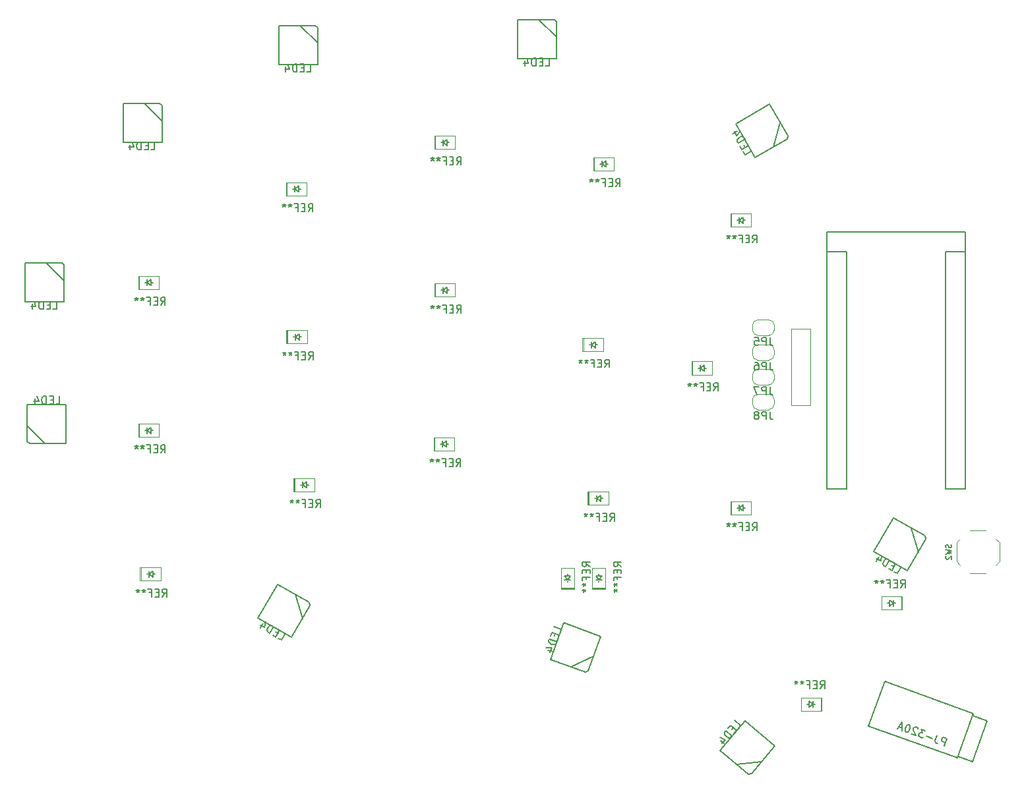
<source format=gbr>
%TF.GenerationSoftware,KiCad,Pcbnew,5.1.7*%
%TF.CreationDate,2020-11-16T23:11:26+01:00*%
%TF.ProjectId,split_3x,73706c69-745f-4337-982e-6b696361645f,rev?*%
%TF.SameCoordinates,Original*%
%TF.FileFunction,Legend,Bot*%
%TF.FilePolarity,Positive*%
%FSLAX46Y46*%
G04 Gerber Fmt 4.6, Leading zero omitted, Abs format (unit mm)*
G04 Created by KiCad (PCBNEW 5.1.7) date 2020-11-16 23:11:26*
%MOMM*%
%LPD*%
G01*
G04 APERTURE LIST*
%ADD10C,0.150000*%
%ADD11C,0.120000*%
%ADD12C,0.200000*%
G04 APERTURE END LIST*
D10*
%TO.C,U1*%
X182478750Y-105952500D02*
X182478750Y-75472500D01*
X185018750Y-105952500D02*
X182478750Y-105952500D01*
X185018750Y-75472500D02*
X185018750Y-105952500D01*
X182478750Y-75472500D02*
X185018750Y-75472500D01*
X197718750Y-105952500D02*
X197718750Y-75472500D01*
X200258750Y-105952500D02*
X197718750Y-105952500D01*
X200258750Y-75472500D02*
X200258750Y-105952500D01*
X197718750Y-75472500D02*
X200258750Y-75472500D01*
X182478750Y-105952500D02*
X182478750Y-72932500D01*
X200258750Y-72932500D02*
X200258750Y-105952500D01*
X182478750Y-72932500D02*
X200258750Y-72932500D01*
D11*
%TO.C,Brd1*%
X180317250Y-95186500D02*
X177904250Y-95186500D01*
X180317250Y-95186500D02*
X180317250Y-85407500D01*
X177904250Y-85407500D02*
X177904250Y-95186500D01*
X180317250Y-85407500D02*
X177904250Y-85407500D01*
D10*
%TO.C,U2*%
X199255697Y-140292432D02*
X201135083Y-140976473D01*
X203050395Y-135714194D02*
X201135083Y-140976473D01*
X201171010Y-135030154D02*
X203050395Y-135714194D01*
X189886234Y-130656787D02*
X187799912Y-136388912D01*
X199170192Y-140527356D02*
X187799912Y-136388912D01*
X201256515Y-134795231D02*
X199170192Y-140527356D01*
X201256515Y-134795231D02*
X189886234Y-130656787D01*
D12*
%TO.C,D19*%
X180123000Y-133600000D02*
X179869000Y-133600000D01*
X180123000Y-133981000D02*
X180123000Y-133219000D01*
D11*
X179107000Y-132750000D02*
X179107000Y-134450000D01*
X181750000Y-132750000D02*
X179200000Y-132750000D01*
D12*
X180758000Y-133600000D02*
X180885000Y-133600000D01*
D11*
X181647000Y-132750000D02*
X181647000Y-134450000D01*
D12*
X180123000Y-133219000D02*
X180631000Y-133600000D01*
D11*
X181750000Y-134450000D02*
X179200000Y-134450000D01*
D12*
X180631000Y-133219000D02*
X180631000Y-133981000D01*
D11*
X181774000Y-132750000D02*
X181774000Y-134450000D01*
X181750000Y-132750000D02*
X181750000Y-134450000D01*
D12*
X180631000Y-133600000D02*
X180123000Y-133981000D01*
%TO.C,D18*%
X171695750Y-108400000D02*
X171949750Y-108400000D01*
X171695750Y-108019000D02*
X171695750Y-108781000D01*
D11*
X172711750Y-109250000D02*
X172711750Y-107550000D01*
X170068750Y-109250000D02*
X172618750Y-109250000D01*
D12*
X171060750Y-108400000D02*
X170933750Y-108400000D01*
D11*
X170171750Y-109250000D02*
X170171750Y-107550000D01*
D12*
X171695750Y-108781000D02*
X171187750Y-108400000D01*
D11*
X170068750Y-107550000D02*
X172618750Y-107550000D01*
D12*
X171187750Y-108781000D02*
X171187750Y-108019000D01*
D11*
X170044750Y-109250000D02*
X170044750Y-107550000D01*
X170068750Y-109250000D02*
X170068750Y-107550000D01*
D12*
X171187750Y-108400000D02*
X171695750Y-108019000D01*
%TO.C,D17*%
X166695750Y-90412500D02*
X166949750Y-90412500D01*
X166695750Y-90031500D02*
X166695750Y-90793500D01*
D11*
X167711750Y-91262500D02*
X167711750Y-89562500D01*
X165068750Y-91262500D02*
X167618750Y-91262500D01*
D12*
X166060750Y-90412500D02*
X165933750Y-90412500D01*
D11*
X165171750Y-91262500D02*
X165171750Y-89562500D01*
D12*
X166695750Y-90793500D02*
X166187750Y-90412500D01*
D11*
X165068750Y-89562500D02*
X167618750Y-89562500D01*
D12*
X166187750Y-90793500D02*
X166187750Y-90031500D01*
D11*
X165044750Y-91262500D02*
X165044750Y-89562500D01*
X165068750Y-91262500D02*
X165068750Y-89562500D01*
D12*
X166187750Y-90412500D02*
X166695750Y-90031500D01*
%TO.C,D16*%
X171695750Y-71412500D02*
X171949750Y-71412500D01*
X171695750Y-71031500D02*
X171695750Y-71793500D01*
D11*
X172711750Y-72262500D02*
X172711750Y-70562500D01*
X170068750Y-72262500D02*
X172618750Y-72262500D01*
D12*
X171060750Y-71412500D02*
X170933750Y-71412500D01*
D11*
X170171750Y-72262500D02*
X170171750Y-70562500D01*
D12*
X171695750Y-71793500D02*
X171187750Y-71412500D01*
D11*
X170068750Y-70562500D02*
X172618750Y-70562500D01*
D12*
X171187750Y-71793500D02*
X171187750Y-71031500D01*
D11*
X170044750Y-72262500D02*
X170044750Y-70562500D01*
X170068750Y-72262500D02*
X170068750Y-70562500D01*
D12*
X171187750Y-71412500D02*
X171695750Y-71031500D01*
%TO.C,D15*%
X153150000Y-117123000D02*
X153150000Y-116869000D01*
X152769000Y-117123000D02*
X153531000Y-117123000D01*
D11*
X154000000Y-116107000D02*
X152300000Y-116107000D01*
X154000000Y-118750000D02*
X154000000Y-116200000D01*
D12*
X153150000Y-117758000D02*
X153150000Y-117885000D01*
D11*
X154000000Y-118647000D02*
X152300000Y-118647000D01*
D12*
X153531000Y-117123000D02*
X153150000Y-117631000D01*
D11*
X152300000Y-118750000D02*
X152300000Y-116200000D01*
D12*
X153531000Y-117631000D02*
X152769000Y-117631000D01*
D11*
X154000000Y-118774000D02*
X152300000Y-118774000D01*
X154000000Y-118750000D02*
X152300000Y-118750000D01*
D12*
X153150000Y-117631000D02*
X152769000Y-117123000D01*
%TO.C,D14*%
X153377000Y-107150000D02*
X153631000Y-107150000D01*
X153377000Y-106769000D02*
X153377000Y-107531000D01*
D11*
X154393000Y-108000000D02*
X154393000Y-106300000D01*
X151750000Y-108000000D02*
X154300000Y-108000000D01*
D12*
X152742000Y-107150000D02*
X152615000Y-107150000D01*
D11*
X151853000Y-108000000D02*
X151853000Y-106300000D01*
D12*
X153377000Y-107531000D02*
X152869000Y-107150000D01*
D11*
X151750000Y-106300000D02*
X154300000Y-106300000D01*
D12*
X152869000Y-107531000D02*
X152869000Y-106769000D01*
D11*
X151726000Y-108000000D02*
X151726000Y-106300000D01*
X151750000Y-108000000D02*
X151750000Y-106300000D01*
D12*
X152869000Y-107150000D02*
X153377000Y-106769000D01*
%TO.C,D13*%
X152695750Y-87412500D02*
X152949750Y-87412500D01*
X152695750Y-87031500D02*
X152695750Y-87793500D01*
D11*
X153711750Y-88262500D02*
X153711750Y-86562500D01*
X151068750Y-88262500D02*
X153618750Y-88262500D01*
D12*
X152060750Y-87412500D02*
X151933750Y-87412500D01*
D11*
X151171750Y-88262500D02*
X151171750Y-86562500D01*
D12*
X152695750Y-87793500D02*
X152187750Y-87412500D01*
D11*
X151068750Y-86562500D02*
X153618750Y-86562500D01*
D12*
X152187750Y-87793500D02*
X152187750Y-87031500D01*
D11*
X151044750Y-88262500D02*
X151044750Y-86562500D01*
X151068750Y-88262500D02*
X151068750Y-86562500D01*
D12*
X152187750Y-87412500D02*
X152695750Y-87031500D01*
%TO.C,D12*%
X154114500Y-64193750D02*
X154368500Y-64193750D01*
X154114500Y-63812750D02*
X154114500Y-64574750D01*
D11*
X155130500Y-65043750D02*
X155130500Y-63343750D01*
X152487500Y-65043750D02*
X155037500Y-65043750D01*
D12*
X153479500Y-64193750D02*
X153352500Y-64193750D01*
D11*
X152590500Y-65043750D02*
X152590500Y-63343750D01*
D12*
X154114500Y-64574750D02*
X153606500Y-64193750D01*
D11*
X152487500Y-63343750D02*
X155037500Y-63343750D01*
D12*
X153606500Y-64574750D02*
X153606500Y-63812750D01*
D11*
X152463500Y-65043750D02*
X152463500Y-63343750D01*
X152487500Y-65043750D02*
X152487500Y-63343750D01*
D12*
X153606500Y-64193750D02*
X154114500Y-63812750D01*
%TO.C,D11*%
X149150000Y-117631000D02*
X148769000Y-117123000D01*
D11*
X150000000Y-118750000D02*
X148300000Y-118750000D01*
X150000000Y-118774000D02*
X148300000Y-118774000D01*
D12*
X149531000Y-117631000D02*
X148769000Y-117631000D01*
D11*
X148300000Y-118750000D02*
X148300000Y-116200000D01*
D12*
X149531000Y-117123000D02*
X149150000Y-117631000D01*
D11*
X150000000Y-118647000D02*
X148300000Y-118647000D01*
D12*
X149150000Y-117758000D02*
X149150000Y-117885000D01*
D11*
X150000000Y-118750000D02*
X150000000Y-116200000D01*
X150000000Y-116107000D02*
X148300000Y-116107000D01*
D12*
X148769000Y-117123000D02*
X149531000Y-117123000D01*
X149150000Y-117123000D02*
X149150000Y-116869000D01*
%TO.C,D10*%
X133627000Y-100150000D02*
X133881000Y-100150000D01*
X133627000Y-99769000D02*
X133627000Y-100531000D01*
D11*
X134643000Y-101000000D02*
X134643000Y-99300000D01*
X132000000Y-101000000D02*
X134550000Y-101000000D01*
D12*
X132992000Y-100150000D02*
X132865000Y-100150000D01*
D11*
X132103000Y-101000000D02*
X132103000Y-99300000D01*
D12*
X133627000Y-100531000D02*
X133119000Y-100150000D01*
D11*
X132000000Y-99300000D02*
X134550000Y-99300000D01*
D12*
X133119000Y-100531000D02*
X133119000Y-99769000D01*
D11*
X131976000Y-101000000D02*
X131976000Y-99300000D01*
X132000000Y-101000000D02*
X132000000Y-99300000D01*
D12*
X133119000Y-100150000D02*
X133627000Y-99769000D01*
%TO.C,D9*%
X133695750Y-80412500D02*
X133949750Y-80412500D01*
X133695750Y-80031500D02*
X133695750Y-80793500D01*
D11*
X134711750Y-81262500D02*
X134711750Y-79562500D01*
X132068750Y-81262500D02*
X134618750Y-81262500D01*
D12*
X133060750Y-80412500D02*
X132933750Y-80412500D01*
D11*
X132171750Y-81262500D02*
X132171750Y-79562500D01*
D12*
X133695750Y-80793500D02*
X133187750Y-80412500D01*
D11*
X132068750Y-79562500D02*
X134618750Y-79562500D01*
D12*
X133187750Y-80793500D02*
X133187750Y-80031500D01*
D11*
X132044750Y-81262500D02*
X132044750Y-79562500D01*
X132068750Y-81262500D02*
X132068750Y-79562500D01*
D12*
X133187750Y-80412500D02*
X133695750Y-80031500D01*
%TO.C,D8*%
X133695750Y-61412500D02*
X133949750Y-61412500D01*
X133695750Y-61031500D02*
X133695750Y-61793500D01*
D11*
X134711750Y-62262500D02*
X134711750Y-60562500D01*
X132068750Y-62262500D02*
X134618750Y-62262500D01*
D12*
X133060750Y-61412500D02*
X132933750Y-61412500D01*
D11*
X132171750Y-62262500D02*
X132171750Y-60562500D01*
D12*
X133695750Y-61793500D02*
X133187750Y-61412500D01*
D11*
X132068750Y-60562500D02*
X134618750Y-60562500D01*
D12*
X133187750Y-61793500D02*
X133187750Y-61031500D01*
D11*
X132044750Y-62262500D02*
X132044750Y-60562500D01*
X132068750Y-62262500D02*
X132068750Y-60562500D01*
D12*
X133187750Y-61412500D02*
X133695750Y-61031500D01*
%TO.C,D7*%
X190441750Y-120612500D02*
X190187750Y-120612500D01*
X190441750Y-120993500D02*
X190441750Y-120231500D01*
D11*
X189425750Y-119762500D02*
X189425750Y-121462500D01*
X192068750Y-119762500D02*
X189518750Y-119762500D01*
D12*
X191076750Y-120612500D02*
X191203750Y-120612500D01*
D11*
X191965750Y-119762500D02*
X191965750Y-121462500D01*
D12*
X190441750Y-120231500D02*
X190949750Y-120612500D01*
D11*
X192068750Y-121462500D02*
X189518750Y-121462500D01*
D12*
X190949750Y-120231500D02*
X190949750Y-120993500D01*
D11*
X192092750Y-119762500D02*
X192092750Y-121462500D01*
X192068750Y-119762500D02*
X192068750Y-121462500D01*
D12*
X190949750Y-120612500D02*
X190441750Y-120993500D01*
%TO.C,D6*%
X115627000Y-105400000D02*
X115881000Y-105400000D01*
X115627000Y-105019000D02*
X115627000Y-105781000D01*
D11*
X116643000Y-106250000D02*
X116643000Y-104550000D01*
X114000000Y-106250000D02*
X116550000Y-106250000D01*
D12*
X114992000Y-105400000D02*
X114865000Y-105400000D01*
D11*
X114103000Y-106250000D02*
X114103000Y-104550000D01*
D12*
X115627000Y-105781000D02*
X115119000Y-105400000D01*
D11*
X114000000Y-104550000D02*
X116550000Y-104550000D01*
D12*
X115119000Y-105781000D02*
X115119000Y-105019000D01*
D11*
X113976000Y-106250000D02*
X113976000Y-104550000D01*
X114000000Y-106250000D02*
X114000000Y-104550000D01*
D12*
X115119000Y-105400000D02*
X115627000Y-105019000D01*
%TO.C,D5*%
X114695750Y-86412500D02*
X114949750Y-86412500D01*
X114695750Y-86031500D02*
X114695750Y-86793500D01*
D11*
X115711750Y-87262500D02*
X115711750Y-85562500D01*
X113068750Y-87262500D02*
X115618750Y-87262500D01*
D12*
X114060750Y-86412500D02*
X113933750Y-86412500D01*
D11*
X113171750Y-87262500D02*
X113171750Y-85562500D01*
D12*
X114695750Y-86793500D02*
X114187750Y-86412500D01*
D11*
X113068750Y-85562500D02*
X115618750Y-85562500D01*
D12*
X114187750Y-86793500D02*
X114187750Y-86031500D01*
D11*
X113044750Y-87262500D02*
X113044750Y-85562500D01*
X113068750Y-87262500D02*
X113068750Y-85562500D01*
D12*
X114187750Y-86412500D02*
X114695750Y-86031500D01*
%TO.C,D4*%
X114645750Y-67412500D02*
X114899750Y-67412500D01*
X114645750Y-67031500D02*
X114645750Y-67793500D01*
D11*
X115661750Y-68262500D02*
X115661750Y-66562500D01*
X113018750Y-68262500D02*
X115568750Y-68262500D01*
D12*
X114010750Y-67412500D02*
X113883750Y-67412500D01*
D11*
X113121750Y-68262500D02*
X113121750Y-66562500D01*
D12*
X114645750Y-67793500D02*
X114137750Y-67412500D01*
D11*
X113018750Y-66562500D02*
X115568750Y-66562500D01*
D12*
X114137750Y-67793500D02*
X114137750Y-67031500D01*
D11*
X112994750Y-68262500D02*
X112994750Y-66562500D01*
X113018750Y-68262500D02*
X113018750Y-66562500D01*
D12*
X114137750Y-67412500D02*
X114645750Y-67031500D01*
%TO.C,D3*%
X95877000Y-116900000D02*
X96131000Y-116900000D01*
X95877000Y-116519000D02*
X95877000Y-117281000D01*
D11*
X96893000Y-117750000D02*
X96893000Y-116050000D01*
X94250000Y-117750000D02*
X96800000Y-117750000D01*
D12*
X95242000Y-116900000D02*
X95115000Y-116900000D01*
D11*
X94353000Y-117750000D02*
X94353000Y-116050000D01*
D12*
X95877000Y-117281000D02*
X95369000Y-116900000D01*
D11*
X94250000Y-116050000D02*
X96800000Y-116050000D01*
D12*
X95369000Y-117281000D02*
X95369000Y-116519000D01*
D11*
X94226000Y-117750000D02*
X94226000Y-116050000D01*
X94250000Y-117750000D02*
X94250000Y-116050000D01*
D12*
X95369000Y-116900000D02*
X95877000Y-116519000D01*
%TO.C,D2*%
X95695750Y-98412500D02*
X95949750Y-98412500D01*
X95695750Y-98031500D02*
X95695750Y-98793500D01*
D11*
X96711750Y-99262500D02*
X96711750Y-97562500D01*
X94068750Y-99262500D02*
X96618750Y-99262500D01*
D12*
X95060750Y-98412500D02*
X94933750Y-98412500D01*
D11*
X94171750Y-99262500D02*
X94171750Y-97562500D01*
D12*
X95695750Y-98793500D02*
X95187750Y-98412500D01*
D11*
X94068750Y-97562500D02*
X96618750Y-97562500D01*
D12*
X95187750Y-98793500D02*
X95187750Y-98031500D01*
D11*
X94044750Y-99262500D02*
X94044750Y-97562500D01*
X94068750Y-99262500D02*
X94068750Y-97562500D01*
D12*
X95187750Y-98412500D02*
X95695750Y-98031500D01*
%TO.C,D1*%
X95695750Y-79412500D02*
X95949750Y-79412500D01*
X95695750Y-79031500D02*
X95695750Y-79793500D01*
D11*
X96711750Y-80262500D02*
X96711750Y-78562500D01*
X94068750Y-80262500D02*
X96618750Y-80262500D01*
D12*
X95060750Y-79412500D02*
X94933750Y-79412500D01*
D11*
X94171750Y-80262500D02*
X94171750Y-78562500D01*
D12*
X95695750Y-79793500D02*
X95187750Y-79412500D01*
D11*
X94068750Y-78562500D02*
X96618750Y-78562500D01*
D12*
X95187750Y-79793500D02*
X95187750Y-79031500D01*
D11*
X94044750Y-80262500D02*
X94044750Y-78562500D01*
X94068750Y-80262500D02*
X94068750Y-78562500D01*
D12*
X95187750Y-79412500D02*
X95695750Y-79031500D01*
%TO.C,D29*%
X195042756Y-111993847D02*
X195177564Y-112360353D01*
X195177564Y-112360353D02*
X192802564Y-116473974D01*
D10*
X193310705Y-110993847D02*
X194177564Y-114092404D01*
D12*
X195042756Y-111993847D02*
X190972436Y-109643847D01*
X190972671Y-109644721D02*
X188473311Y-113973739D01*
X188472436Y-113973974D02*
X192802564Y-116473974D01*
%TO.C,D28*%
X177418653Y-60605256D02*
X177352147Y-60990064D01*
X177352147Y-60990064D02*
X173238526Y-63365064D01*
D10*
X176418653Y-58873205D02*
X175620096Y-61990064D01*
D12*
X177418653Y-60605256D02*
X175068653Y-56534936D01*
X175068419Y-56535811D02*
X170739401Y-59035171D01*
X170738526Y-59034936D02*
X173238526Y-63365064D01*
%TO.C,D27*%
X147450000Y-45650000D02*
X147750000Y-45900000D01*
X147750000Y-45900000D02*
X147750000Y-50650000D01*
D10*
X145450000Y-45650000D02*
X147750000Y-47900000D01*
D12*
X147450000Y-45650000D02*
X142750000Y-45650000D01*
X142750640Y-45650640D02*
X142750640Y-50649360D01*
X142750000Y-50650000D02*
X147750000Y-50650000D01*
%TO.C,D26*%
X116768750Y-46412500D02*
X117068750Y-46662500D01*
X117068750Y-46662500D02*
X117068750Y-51412500D01*
D10*
X114768750Y-46412500D02*
X117068750Y-48662500D01*
D12*
X116768750Y-46412500D02*
X112068750Y-46412500D01*
X112069390Y-46413140D02*
X112069390Y-51411860D01*
X112068750Y-51412500D02*
X117068750Y-51412500D01*
%TO.C,D25*%
X96768750Y-56412500D02*
X97068750Y-56662500D01*
X97068750Y-56662500D02*
X97068750Y-61412500D01*
D10*
X94768750Y-56412500D02*
X97068750Y-58662500D01*
D12*
X96768750Y-56412500D02*
X92068750Y-56412500D01*
X92069390Y-56413140D02*
X92069390Y-61411860D01*
X92068750Y-61412500D02*
X97068750Y-61412500D01*
%TO.C,D24*%
X84200000Y-76900000D02*
X84500000Y-77150000D01*
X84500000Y-77150000D02*
X84500000Y-81900000D01*
D10*
X82200000Y-76900000D02*
X84500000Y-79150000D01*
D12*
X84200000Y-76900000D02*
X79500000Y-76900000D01*
X79500640Y-76900640D02*
X79500640Y-81899360D01*
X79500000Y-81900000D02*
X84500000Y-81900000D01*
%TO.C,D23*%
X80050000Y-100100000D02*
X79750000Y-99850000D01*
X79750000Y-99850000D02*
X79750000Y-95100000D01*
D10*
X82050000Y-100100000D02*
X79750000Y-97850000D01*
D12*
X80050000Y-100100000D02*
X84750000Y-100100000D01*
X84749360Y-100099360D02*
X84749360Y-95100640D01*
X84750000Y-95100000D02*
X79750000Y-95100000D01*
%TO.C,D22*%
X109384936Y-122511474D02*
X113715064Y-125011474D01*
X111885171Y-118182221D02*
X109385811Y-122511239D01*
X115955256Y-120531347D02*
X111884936Y-118181347D01*
D10*
X114223205Y-119531347D02*
X115090064Y-122629904D01*
D12*
X116090064Y-120897853D02*
X113715064Y-125011474D01*
X115955256Y-120531347D02*
X116090064Y-120897853D01*
%TO.C,D21*%
X151789660Y-129298066D02*
X151452131Y-129494469D01*
X151452131Y-129494469D02*
X146988591Y-127869873D01*
D10*
X152473700Y-127418681D02*
X149572746Y-128810429D01*
D12*
X151789660Y-129298066D02*
X153397155Y-124881511D01*
X153396335Y-124881893D02*
X148699074Y-123172230D01*
X148698692Y-123171410D02*
X146988591Y-127869873D01*
%TO.C,D20*%
X172763311Y-142547652D02*
X172378963Y-142616768D01*
X172378963Y-142616768D02*
X168740252Y-139563527D01*
D10*
X174048886Y-141015563D02*
X170846874Y-141331193D01*
D12*
X172763311Y-142547652D02*
X175784412Y-138947243D01*
X175783511Y-138947322D02*
X171954269Y-135734206D01*
X171954190Y-135733305D02*
X168740252Y-139563527D01*
D11*
%TO.C,SW2*%
X199093750Y-112800000D02*
X199093750Y-115300000D01*
X200843750Y-111300000D02*
X202843750Y-111300000D01*
X204593750Y-112800000D02*
X204593750Y-115300000D01*
X200843750Y-116800000D02*
X202843750Y-116800000D01*
X199543750Y-112350000D02*
X199093750Y-112800000D01*
X199543750Y-115750000D02*
X199093750Y-115300000D01*
X204143750Y-115750000D02*
X204593750Y-115300000D01*
X204143750Y-112350000D02*
X204593750Y-112800000D01*
%TO.C,JP8*%
X172887500Y-94450000D02*
X172887500Y-95050000D01*
X174987500Y-93750000D02*
X173587500Y-93750000D01*
X175687500Y-95050000D02*
X175687500Y-94450000D01*
X173587500Y-95750000D02*
X174987500Y-95750000D01*
X174987500Y-95750000D02*
G75*
G03*
X175687500Y-95050000I0J700000D01*
G01*
X175687500Y-94450000D02*
G75*
G03*
X174987500Y-93750000I-700000J0D01*
G01*
X173587500Y-93750000D02*
G75*
G03*
X172887500Y-94450000I0J-700000D01*
G01*
X172887500Y-95050000D02*
G75*
G03*
X173587500Y-95750000I700000J0D01*
G01*
%TO.C,JP7*%
X172887500Y-91275000D02*
X172887500Y-91875000D01*
X174987500Y-90575000D02*
X173587500Y-90575000D01*
X175687500Y-91875000D02*
X175687500Y-91275000D01*
X173587500Y-92575000D02*
X174987500Y-92575000D01*
X174987500Y-92575000D02*
G75*
G03*
X175687500Y-91875000I0J700000D01*
G01*
X175687500Y-91275000D02*
G75*
G03*
X174987500Y-90575000I-700000J0D01*
G01*
X173587500Y-90575000D02*
G75*
G03*
X172887500Y-91275000I0J-700000D01*
G01*
X172887500Y-91875000D02*
G75*
G03*
X173587500Y-92575000I700000J0D01*
G01*
%TO.C,JP6*%
X172887500Y-88100000D02*
X172887500Y-88700000D01*
X174987500Y-87400000D02*
X173587500Y-87400000D01*
X175687500Y-88700000D02*
X175687500Y-88100000D01*
X173587500Y-89400000D02*
X174987500Y-89400000D01*
X174987500Y-89400000D02*
G75*
G03*
X175687500Y-88700000I0J700000D01*
G01*
X175687500Y-88100000D02*
G75*
G03*
X174987500Y-87400000I-700000J0D01*
G01*
X173587500Y-87400000D02*
G75*
G03*
X172887500Y-88100000I0J-700000D01*
G01*
X172887500Y-88700000D02*
G75*
G03*
X173587500Y-89400000I700000J0D01*
G01*
%TO.C,JP5*%
X172887500Y-84925000D02*
X172887500Y-85525000D01*
X174987500Y-84225000D02*
X173587500Y-84225000D01*
X175687500Y-85525000D02*
X175687500Y-84925000D01*
X173587500Y-86225000D02*
X174987500Y-86225000D01*
X174987500Y-86225000D02*
G75*
G03*
X175687500Y-85525000I0J700000D01*
G01*
X175687500Y-84925000D02*
G75*
G03*
X174987500Y-84225000I-700000J0D01*
G01*
X173587500Y-84225000D02*
G75*
G03*
X172887500Y-84925000I0J-700000D01*
G01*
X172887500Y-85525000D02*
G75*
G03*
X173587500Y-86225000I700000J0D01*
G01*
%TO.C,U2*%
D10*
X197474755Y-138955041D02*
X197816775Y-138015348D01*
X197458797Y-137885055D01*
X197353016Y-137897229D01*
X197291982Y-137925689D01*
X197214661Y-137998897D01*
X197165801Y-138133139D01*
X197177975Y-138238920D01*
X197206436Y-138299954D01*
X197279644Y-138377275D01*
X197637622Y-138507568D01*
X196608599Y-137575608D02*
X196364299Y-138246817D01*
X196360186Y-138397345D01*
X196417107Y-138519413D01*
X196535063Y-138613021D01*
X196624557Y-138645594D01*
X195949400Y-137994456D02*
X195233443Y-137733869D01*
X195087192Y-137021861D02*
X194505477Y-136810134D01*
X194688415Y-137282119D01*
X194554173Y-137233259D01*
X194448392Y-137245433D01*
X194387358Y-137273894D01*
X194310037Y-137347101D01*
X194228604Y-137570838D01*
X194240778Y-137676619D01*
X194269239Y-137737653D01*
X194342446Y-137814974D01*
X194610930Y-137912694D01*
X194716711Y-137900520D01*
X194777745Y-137872059D01*
X194114926Y-136769335D02*
X194086465Y-136708301D01*
X194013258Y-136630981D01*
X193789521Y-136549547D01*
X193683740Y-136561721D01*
X193622706Y-136590182D01*
X193545385Y-136663390D01*
X193512812Y-136752884D01*
X193508699Y-136903413D01*
X193850226Y-137635820D01*
X193268512Y-137424093D01*
X193028818Y-136272674D02*
X192939323Y-136240101D01*
X192833542Y-136252275D01*
X192772508Y-136280735D01*
X192695187Y-136353943D01*
X192585293Y-136516645D01*
X192503860Y-136740382D01*
X192483461Y-136935657D01*
X192495635Y-137041439D01*
X192524095Y-137102473D01*
X192597303Y-137179793D01*
X192686797Y-137212367D01*
X192792579Y-137200193D01*
X192853613Y-137171732D01*
X192930933Y-137098524D01*
X193040827Y-136935822D01*
X193122261Y-136712085D01*
X193142660Y-136516810D01*
X193130486Y-136411029D01*
X193102025Y-136349995D01*
X193028818Y-136272674D01*
X192113309Y-136699583D02*
X191665836Y-136536716D01*
X192105083Y-137000640D02*
X192133872Y-135946941D01*
X191478621Y-136772626D01*
%TO.C,D19*%
X181583333Y-131602380D02*
X181916666Y-131126190D01*
X182154761Y-131602380D02*
X182154761Y-130602380D01*
X181773809Y-130602380D01*
X181678571Y-130650000D01*
X181630952Y-130697619D01*
X181583333Y-130792857D01*
X181583333Y-130935714D01*
X181630952Y-131030952D01*
X181678571Y-131078571D01*
X181773809Y-131126190D01*
X182154761Y-131126190D01*
X181154761Y-131078571D02*
X180821428Y-131078571D01*
X180678571Y-131602380D02*
X181154761Y-131602380D01*
X181154761Y-130602380D01*
X180678571Y-130602380D01*
X179916666Y-131078571D02*
X180250000Y-131078571D01*
X180250000Y-131602380D02*
X180250000Y-130602380D01*
X179773809Y-130602380D01*
X179250000Y-130602380D02*
X179250000Y-130840476D01*
X179488095Y-130745238D02*
X179250000Y-130840476D01*
X179011904Y-130745238D01*
X179392857Y-131030952D02*
X179250000Y-130840476D01*
X179107142Y-131030952D01*
X178488095Y-130602380D02*
X178488095Y-130840476D01*
X178726190Y-130745238D02*
X178488095Y-130840476D01*
X178250000Y-130745238D01*
X178630952Y-131030952D02*
X178488095Y-130840476D01*
X178345238Y-131030952D01*
%TO.C,D18*%
X172902083Y-111302380D02*
X173235416Y-110826190D01*
X173473511Y-111302380D02*
X173473511Y-110302380D01*
X173092559Y-110302380D01*
X172997321Y-110350000D01*
X172949702Y-110397619D01*
X172902083Y-110492857D01*
X172902083Y-110635714D01*
X172949702Y-110730952D01*
X172997321Y-110778571D01*
X173092559Y-110826190D01*
X173473511Y-110826190D01*
X172473511Y-110778571D02*
X172140178Y-110778571D01*
X171997321Y-111302380D02*
X172473511Y-111302380D01*
X172473511Y-110302380D01*
X171997321Y-110302380D01*
X171235416Y-110778571D02*
X171568750Y-110778571D01*
X171568750Y-111302380D02*
X171568750Y-110302380D01*
X171092559Y-110302380D01*
X170568750Y-110302380D02*
X170568750Y-110540476D01*
X170806845Y-110445238D02*
X170568750Y-110540476D01*
X170330654Y-110445238D01*
X170711607Y-110730952D02*
X170568750Y-110540476D01*
X170425892Y-110730952D01*
X169806845Y-110302380D02*
X169806845Y-110540476D01*
X170044940Y-110445238D02*
X169806845Y-110540476D01*
X169568750Y-110445238D01*
X169949702Y-110730952D02*
X169806845Y-110540476D01*
X169663988Y-110730952D01*
%TO.C,D17*%
X167902083Y-93314880D02*
X168235416Y-92838690D01*
X168473511Y-93314880D02*
X168473511Y-92314880D01*
X168092559Y-92314880D01*
X167997321Y-92362500D01*
X167949702Y-92410119D01*
X167902083Y-92505357D01*
X167902083Y-92648214D01*
X167949702Y-92743452D01*
X167997321Y-92791071D01*
X168092559Y-92838690D01*
X168473511Y-92838690D01*
X167473511Y-92791071D02*
X167140178Y-92791071D01*
X166997321Y-93314880D02*
X167473511Y-93314880D01*
X167473511Y-92314880D01*
X166997321Y-92314880D01*
X166235416Y-92791071D02*
X166568750Y-92791071D01*
X166568750Y-93314880D02*
X166568750Y-92314880D01*
X166092559Y-92314880D01*
X165568750Y-92314880D02*
X165568750Y-92552976D01*
X165806845Y-92457738D02*
X165568750Y-92552976D01*
X165330654Y-92457738D01*
X165711607Y-92743452D02*
X165568750Y-92552976D01*
X165425892Y-92743452D01*
X164806845Y-92314880D02*
X164806845Y-92552976D01*
X165044940Y-92457738D02*
X164806845Y-92552976D01*
X164568750Y-92457738D01*
X164949702Y-92743452D02*
X164806845Y-92552976D01*
X164663988Y-92743452D01*
%TO.C,D16*%
X172902083Y-74314880D02*
X173235416Y-73838690D01*
X173473511Y-74314880D02*
X173473511Y-73314880D01*
X173092559Y-73314880D01*
X172997321Y-73362500D01*
X172949702Y-73410119D01*
X172902083Y-73505357D01*
X172902083Y-73648214D01*
X172949702Y-73743452D01*
X172997321Y-73791071D01*
X173092559Y-73838690D01*
X173473511Y-73838690D01*
X172473511Y-73791071D02*
X172140178Y-73791071D01*
X171997321Y-74314880D02*
X172473511Y-74314880D01*
X172473511Y-73314880D01*
X171997321Y-73314880D01*
X171235416Y-73791071D02*
X171568750Y-73791071D01*
X171568750Y-74314880D02*
X171568750Y-73314880D01*
X171092559Y-73314880D01*
X170568750Y-73314880D02*
X170568750Y-73552976D01*
X170806845Y-73457738D02*
X170568750Y-73552976D01*
X170330654Y-73457738D01*
X170711607Y-73743452D02*
X170568750Y-73552976D01*
X170425892Y-73743452D01*
X169806845Y-73314880D02*
X169806845Y-73552976D01*
X170044940Y-73457738D02*
X169806845Y-73552976D01*
X169568750Y-73457738D01*
X169949702Y-73743452D02*
X169806845Y-73552976D01*
X169663988Y-73743452D01*
%TO.C,D15*%
X156052380Y-115916666D02*
X155576190Y-115583333D01*
X156052380Y-115345238D02*
X155052380Y-115345238D01*
X155052380Y-115726190D01*
X155100000Y-115821428D01*
X155147619Y-115869047D01*
X155242857Y-115916666D01*
X155385714Y-115916666D01*
X155480952Y-115869047D01*
X155528571Y-115821428D01*
X155576190Y-115726190D01*
X155576190Y-115345238D01*
X155528571Y-116345238D02*
X155528571Y-116678571D01*
X156052380Y-116821428D02*
X156052380Y-116345238D01*
X155052380Y-116345238D01*
X155052380Y-116821428D01*
X155528571Y-117583333D02*
X155528571Y-117250000D01*
X156052380Y-117250000D02*
X155052380Y-117250000D01*
X155052380Y-117726190D01*
X155052380Y-118250000D02*
X155290476Y-118250000D01*
X155195238Y-118011904D02*
X155290476Y-118250000D01*
X155195238Y-118488095D01*
X155480952Y-118107142D02*
X155290476Y-118250000D01*
X155480952Y-118392857D01*
X155052380Y-119011904D02*
X155290476Y-119011904D01*
X155195238Y-118773809D02*
X155290476Y-119011904D01*
X155195238Y-119250000D01*
X155480952Y-118869047D02*
X155290476Y-119011904D01*
X155480952Y-119154761D01*
%TO.C,D14*%
X154583333Y-110052380D02*
X154916666Y-109576190D01*
X155154761Y-110052380D02*
X155154761Y-109052380D01*
X154773809Y-109052380D01*
X154678571Y-109100000D01*
X154630952Y-109147619D01*
X154583333Y-109242857D01*
X154583333Y-109385714D01*
X154630952Y-109480952D01*
X154678571Y-109528571D01*
X154773809Y-109576190D01*
X155154761Y-109576190D01*
X154154761Y-109528571D02*
X153821428Y-109528571D01*
X153678571Y-110052380D02*
X154154761Y-110052380D01*
X154154761Y-109052380D01*
X153678571Y-109052380D01*
X152916666Y-109528571D02*
X153250000Y-109528571D01*
X153250000Y-110052380D02*
X153250000Y-109052380D01*
X152773809Y-109052380D01*
X152250000Y-109052380D02*
X152250000Y-109290476D01*
X152488095Y-109195238D02*
X152250000Y-109290476D01*
X152011904Y-109195238D01*
X152392857Y-109480952D02*
X152250000Y-109290476D01*
X152107142Y-109480952D01*
X151488095Y-109052380D02*
X151488095Y-109290476D01*
X151726190Y-109195238D02*
X151488095Y-109290476D01*
X151250000Y-109195238D01*
X151630952Y-109480952D02*
X151488095Y-109290476D01*
X151345238Y-109480952D01*
%TO.C,D13*%
X153902083Y-90314880D02*
X154235416Y-89838690D01*
X154473511Y-90314880D02*
X154473511Y-89314880D01*
X154092559Y-89314880D01*
X153997321Y-89362500D01*
X153949702Y-89410119D01*
X153902083Y-89505357D01*
X153902083Y-89648214D01*
X153949702Y-89743452D01*
X153997321Y-89791071D01*
X154092559Y-89838690D01*
X154473511Y-89838690D01*
X153473511Y-89791071D02*
X153140178Y-89791071D01*
X152997321Y-90314880D02*
X153473511Y-90314880D01*
X153473511Y-89314880D01*
X152997321Y-89314880D01*
X152235416Y-89791071D02*
X152568750Y-89791071D01*
X152568750Y-90314880D02*
X152568750Y-89314880D01*
X152092559Y-89314880D01*
X151568750Y-89314880D02*
X151568750Y-89552976D01*
X151806845Y-89457738D02*
X151568750Y-89552976D01*
X151330654Y-89457738D01*
X151711607Y-89743452D02*
X151568750Y-89552976D01*
X151425892Y-89743452D01*
X150806845Y-89314880D02*
X150806845Y-89552976D01*
X151044940Y-89457738D02*
X150806845Y-89552976D01*
X150568750Y-89457738D01*
X150949702Y-89743452D02*
X150806845Y-89552976D01*
X150663988Y-89743452D01*
%TO.C,D12*%
X155320833Y-67096130D02*
X155654166Y-66619940D01*
X155892261Y-67096130D02*
X155892261Y-66096130D01*
X155511309Y-66096130D01*
X155416071Y-66143750D01*
X155368452Y-66191369D01*
X155320833Y-66286607D01*
X155320833Y-66429464D01*
X155368452Y-66524702D01*
X155416071Y-66572321D01*
X155511309Y-66619940D01*
X155892261Y-66619940D01*
X154892261Y-66572321D02*
X154558928Y-66572321D01*
X154416071Y-67096130D02*
X154892261Y-67096130D01*
X154892261Y-66096130D01*
X154416071Y-66096130D01*
X153654166Y-66572321D02*
X153987500Y-66572321D01*
X153987500Y-67096130D02*
X153987500Y-66096130D01*
X153511309Y-66096130D01*
X152987500Y-66096130D02*
X152987500Y-66334226D01*
X153225595Y-66238988D02*
X152987500Y-66334226D01*
X152749404Y-66238988D01*
X153130357Y-66524702D02*
X152987500Y-66334226D01*
X152844642Y-66524702D01*
X152225595Y-66096130D02*
X152225595Y-66334226D01*
X152463690Y-66238988D02*
X152225595Y-66334226D01*
X151987500Y-66238988D01*
X152368452Y-66524702D02*
X152225595Y-66334226D01*
X152082738Y-66524702D01*
%TO.C,D11*%
X152052380Y-115916666D02*
X151576190Y-115583333D01*
X152052380Y-115345238D02*
X151052380Y-115345238D01*
X151052380Y-115726190D01*
X151100000Y-115821428D01*
X151147619Y-115869047D01*
X151242857Y-115916666D01*
X151385714Y-115916666D01*
X151480952Y-115869047D01*
X151528571Y-115821428D01*
X151576190Y-115726190D01*
X151576190Y-115345238D01*
X151528571Y-116345238D02*
X151528571Y-116678571D01*
X152052380Y-116821428D02*
X152052380Y-116345238D01*
X151052380Y-116345238D01*
X151052380Y-116821428D01*
X151528571Y-117583333D02*
X151528571Y-117250000D01*
X152052380Y-117250000D02*
X151052380Y-117250000D01*
X151052380Y-117726190D01*
X151052380Y-118250000D02*
X151290476Y-118250000D01*
X151195238Y-118011904D02*
X151290476Y-118250000D01*
X151195238Y-118488095D01*
X151480952Y-118107142D02*
X151290476Y-118250000D01*
X151480952Y-118392857D01*
X151052380Y-119011904D02*
X151290476Y-119011904D01*
X151195238Y-118773809D02*
X151290476Y-119011904D01*
X151195238Y-119250000D01*
X151480952Y-118869047D02*
X151290476Y-119011904D01*
X151480952Y-119154761D01*
%TO.C,D10*%
X134833333Y-103052380D02*
X135166666Y-102576190D01*
X135404761Y-103052380D02*
X135404761Y-102052380D01*
X135023809Y-102052380D01*
X134928571Y-102100000D01*
X134880952Y-102147619D01*
X134833333Y-102242857D01*
X134833333Y-102385714D01*
X134880952Y-102480952D01*
X134928571Y-102528571D01*
X135023809Y-102576190D01*
X135404761Y-102576190D01*
X134404761Y-102528571D02*
X134071428Y-102528571D01*
X133928571Y-103052380D02*
X134404761Y-103052380D01*
X134404761Y-102052380D01*
X133928571Y-102052380D01*
X133166666Y-102528571D02*
X133500000Y-102528571D01*
X133500000Y-103052380D02*
X133500000Y-102052380D01*
X133023809Y-102052380D01*
X132500000Y-102052380D02*
X132500000Y-102290476D01*
X132738095Y-102195238D02*
X132500000Y-102290476D01*
X132261904Y-102195238D01*
X132642857Y-102480952D02*
X132500000Y-102290476D01*
X132357142Y-102480952D01*
X131738095Y-102052380D02*
X131738095Y-102290476D01*
X131976190Y-102195238D02*
X131738095Y-102290476D01*
X131500000Y-102195238D01*
X131880952Y-102480952D02*
X131738095Y-102290476D01*
X131595238Y-102480952D01*
%TO.C,D9*%
X134902083Y-83314880D02*
X135235416Y-82838690D01*
X135473511Y-83314880D02*
X135473511Y-82314880D01*
X135092559Y-82314880D01*
X134997321Y-82362500D01*
X134949702Y-82410119D01*
X134902083Y-82505357D01*
X134902083Y-82648214D01*
X134949702Y-82743452D01*
X134997321Y-82791071D01*
X135092559Y-82838690D01*
X135473511Y-82838690D01*
X134473511Y-82791071D02*
X134140178Y-82791071D01*
X133997321Y-83314880D02*
X134473511Y-83314880D01*
X134473511Y-82314880D01*
X133997321Y-82314880D01*
X133235416Y-82791071D02*
X133568750Y-82791071D01*
X133568750Y-83314880D02*
X133568750Y-82314880D01*
X133092559Y-82314880D01*
X132568750Y-82314880D02*
X132568750Y-82552976D01*
X132806845Y-82457738D02*
X132568750Y-82552976D01*
X132330654Y-82457738D01*
X132711607Y-82743452D02*
X132568750Y-82552976D01*
X132425892Y-82743452D01*
X131806845Y-82314880D02*
X131806845Y-82552976D01*
X132044940Y-82457738D02*
X131806845Y-82552976D01*
X131568750Y-82457738D01*
X131949702Y-82743452D02*
X131806845Y-82552976D01*
X131663988Y-82743452D01*
%TO.C,D8*%
X134902083Y-64314880D02*
X135235416Y-63838690D01*
X135473511Y-64314880D02*
X135473511Y-63314880D01*
X135092559Y-63314880D01*
X134997321Y-63362500D01*
X134949702Y-63410119D01*
X134902083Y-63505357D01*
X134902083Y-63648214D01*
X134949702Y-63743452D01*
X134997321Y-63791071D01*
X135092559Y-63838690D01*
X135473511Y-63838690D01*
X134473511Y-63791071D02*
X134140178Y-63791071D01*
X133997321Y-64314880D02*
X134473511Y-64314880D01*
X134473511Y-63314880D01*
X133997321Y-63314880D01*
X133235416Y-63791071D02*
X133568750Y-63791071D01*
X133568750Y-64314880D02*
X133568750Y-63314880D01*
X133092559Y-63314880D01*
X132568750Y-63314880D02*
X132568750Y-63552976D01*
X132806845Y-63457738D02*
X132568750Y-63552976D01*
X132330654Y-63457738D01*
X132711607Y-63743452D02*
X132568750Y-63552976D01*
X132425892Y-63743452D01*
X131806845Y-63314880D02*
X131806845Y-63552976D01*
X132044940Y-63457738D02*
X131806845Y-63552976D01*
X131568750Y-63457738D01*
X131949702Y-63743452D02*
X131806845Y-63552976D01*
X131663988Y-63743452D01*
%TO.C,D7*%
X191902083Y-118614880D02*
X192235416Y-118138690D01*
X192473511Y-118614880D02*
X192473511Y-117614880D01*
X192092559Y-117614880D01*
X191997321Y-117662500D01*
X191949702Y-117710119D01*
X191902083Y-117805357D01*
X191902083Y-117948214D01*
X191949702Y-118043452D01*
X191997321Y-118091071D01*
X192092559Y-118138690D01*
X192473511Y-118138690D01*
X191473511Y-118091071D02*
X191140178Y-118091071D01*
X190997321Y-118614880D02*
X191473511Y-118614880D01*
X191473511Y-117614880D01*
X190997321Y-117614880D01*
X190235416Y-118091071D02*
X190568750Y-118091071D01*
X190568750Y-118614880D02*
X190568750Y-117614880D01*
X190092559Y-117614880D01*
X189568750Y-117614880D02*
X189568750Y-117852976D01*
X189806845Y-117757738D02*
X189568750Y-117852976D01*
X189330654Y-117757738D01*
X189711607Y-118043452D02*
X189568750Y-117852976D01*
X189425892Y-118043452D01*
X188806845Y-117614880D02*
X188806845Y-117852976D01*
X189044940Y-117757738D02*
X188806845Y-117852976D01*
X188568750Y-117757738D01*
X188949702Y-118043452D02*
X188806845Y-117852976D01*
X188663988Y-118043452D01*
%TO.C,D6*%
X116833333Y-108302380D02*
X117166666Y-107826190D01*
X117404761Y-108302380D02*
X117404761Y-107302380D01*
X117023809Y-107302380D01*
X116928571Y-107350000D01*
X116880952Y-107397619D01*
X116833333Y-107492857D01*
X116833333Y-107635714D01*
X116880952Y-107730952D01*
X116928571Y-107778571D01*
X117023809Y-107826190D01*
X117404761Y-107826190D01*
X116404761Y-107778571D02*
X116071428Y-107778571D01*
X115928571Y-108302380D02*
X116404761Y-108302380D01*
X116404761Y-107302380D01*
X115928571Y-107302380D01*
X115166666Y-107778571D02*
X115500000Y-107778571D01*
X115500000Y-108302380D02*
X115500000Y-107302380D01*
X115023809Y-107302380D01*
X114500000Y-107302380D02*
X114500000Y-107540476D01*
X114738095Y-107445238D02*
X114500000Y-107540476D01*
X114261904Y-107445238D01*
X114642857Y-107730952D02*
X114500000Y-107540476D01*
X114357142Y-107730952D01*
X113738095Y-107302380D02*
X113738095Y-107540476D01*
X113976190Y-107445238D02*
X113738095Y-107540476D01*
X113500000Y-107445238D01*
X113880952Y-107730952D02*
X113738095Y-107540476D01*
X113595238Y-107730952D01*
%TO.C,D5*%
X115902083Y-89314880D02*
X116235416Y-88838690D01*
X116473511Y-89314880D02*
X116473511Y-88314880D01*
X116092559Y-88314880D01*
X115997321Y-88362500D01*
X115949702Y-88410119D01*
X115902083Y-88505357D01*
X115902083Y-88648214D01*
X115949702Y-88743452D01*
X115997321Y-88791071D01*
X116092559Y-88838690D01*
X116473511Y-88838690D01*
X115473511Y-88791071D02*
X115140178Y-88791071D01*
X114997321Y-89314880D02*
X115473511Y-89314880D01*
X115473511Y-88314880D01*
X114997321Y-88314880D01*
X114235416Y-88791071D02*
X114568750Y-88791071D01*
X114568750Y-89314880D02*
X114568750Y-88314880D01*
X114092559Y-88314880D01*
X113568750Y-88314880D02*
X113568750Y-88552976D01*
X113806845Y-88457738D02*
X113568750Y-88552976D01*
X113330654Y-88457738D01*
X113711607Y-88743452D02*
X113568750Y-88552976D01*
X113425892Y-88743452D01*
X112806845Y-88314880D02*
X112806845Y-88552976D01*
X113044940Y-88457738D02*
X112806845Y-88552976D01*
X112568750Y-88457738D01*
X112949702Y-88743452D02*
X112806845Y-88552976D01*
X112663988Y-88743452D01*
%TO.C,D4*%
X115852083Y-70314880D02*
X116185416Y-69838690D01*
X116423511Y-70314880D02*
X116423511Y-69314880D01*
X116042559Y-69314880D01*
X115947321Y-69362500D01*
X115899702Y-69410119D01*
X115852083Y-69505357D01*
X115852083Y-69648214D01*
X115899702Y-69743452D01*
X115947321Y-69791071D01*
X116042559Y-69838690D01*
X116423511Y-69838690D01*
X115423511Y-69791071D02*
X115090178Y-69791071D01*
X114947321Y-70314880D02*
X115423511Y-70314880D01*
X115423511Y-69314880D01*
X114947321Y-69314880D01*
X114185416Y-69791071D02*
X114518750Y-69791071D01*
X114518750Y-70314880D02*
X114518750Y-69314880D01*
X114042559Y-69314880D01*
X113518750Y-69314880D02*
X113518750Y-69552976D01*
X113756845Y-69457738D02*
X113518750Y-69552976D01*
X113280654Y-69457738D01*
X113661607Y-69743452D02*
X113518750Y-69552976D01*
X113375892Y-69743452D01*
X112756845Y-69314880D02*
X112756845Y-69552976D01*
X112994940Y-69457738D02*
X112756845Y-69552976D01*
X112518750Y-69457738D01*
X112899702Y-69743452D02*
X112756845Y-69552976D01*
X112613988Y-69743452D01*
%TO.C,D3*%
X97083333Y-119802380D02*
X97416666Y-119326190D01*
X97654761Y-119802380D02*
X97654761Y-118802380D01*
X97273809Y-118802380D01*
X97178571Y-118850000D01*
X97130952Y-118897619D01*
X97083333Y-118992857D01*
X97083333Y-119135714D01*
X97130952Y-119230952D01*
X97178571Y-119278571D01*
X97273809Y-119326190D01*
X97654761Y-119326190D01*
X96654761Y-119278571D02*
X96321428Y-119278571D01*
X96178571Y-119802380D02*
X96654761Y-119802380D01*
X96654761Y-118802380D01*
X96178571Y-118802380D01*
X95416666Y-119278571D02*
X95750000Y-119278571D01*
X95750000Y-119802380D02*
X95750000Y-118802380D01*
X95273809Y-118802380D01*
X94750000Y-118802380D02*
X94750000Y-119040476D01*
X94988095Y-118945238D02*
X94750000Y-119040476D01*
X94511904Y-118945238D01*
X94892857Y-119230952D02*
X94750000Y-119040476D01*
X94607142Y-119230952D01*
X93988095Y-118802380D02*
X93988095Y-119040476D01*
X94226190Y-118945238D02*
X93988095Y-119040476D01*
X93750000Y-118945238D01*
X94130952Y-119230952D02*
X93988095Y-119040476D01*
X93845238Y-119230952D01*
%TO.C,D2*%
X96902083Y-101314880D02*
X97235416Y-100838690D01*
X97473511Y-101314880D02*
X97473511Y-100314880D01*
X97092559Y-100314880D01*
X96997321Y-100362500D01*
X96949702Y-100410119D01*
X96902083Y-100505357D01*
X96902083Y-100648214D01*
X96949702Y-100743452D01*
X96997321Y-100791071D01*
X97092559Y-100838690D01*
X97473511Y-100838690D01*
X96473511Y-100791071D02*
X96140178Y-100791071D01*
X95997321Y-101314880D02*
X96473511Y-101314880D01*
X96473511Y-100314880D01*
X95997321Y-100314880D01*
X95235416Y-100791071D02*
X95568750Y-100791071D01*
X95568750Y-101314880D02*
X95568750Y-100314880D01*
X95092559Y-100314880D01*
X94568750Y-100314880D02*
X94568750Y-100552976D01*
X94806845Y-100457738D02*
X94568750Y-100552976D01*
X94330654Y-100457738D01*
X94711607Y-100743452D02*
X94568750Y-100552976D01*
X94425892Y-100743452D01*
X93806845Y-100314880D02*
X93806845Y-100552976D01*
X94044940Y-100457738D02*
X93806845Y-100552976D01*
X93568750Y-100457738D01*
X93949702Y-100743452D02*
X93806845Y-100552976D01*
X93663988Y-100743452D01*
%TO.C,D1*%
X96902083Y-82314880D02*
X97235416Y-81838690D01*
X97473511Y-82314880D02*
X97473511Y-81314880D01*
X97092559Y-81314880D01*
X96997321Y-81362500D01*
X96949702Y-81410119D01*
X96902083Y-81505357D01*
X96902083Y-81648214D01*
X96949702Y-81743452D01*
X96997321Y-81791071D01*
X97092559Y-81838690D01*
X97473511Y-81838690D01*
X96473511Y-81791071D02*
X96140178Y-81791071D01*
X95997321Y-82314880D02*
X96473511Y-82314880D01*
X96473511Y-81314880D01*
X95997321Y-81314880D01*
X95235416Y-81791071D02*
X95568750Y-81791071D01*
X95568750Y-82314880D02*
X95568750Y-81314880D01*
X95092559Y-81314880D01*
X94568750Y-81314880D02*
X94568750Y-81552976D01*
X94806845Y-81457738D02*
X94568750Y-81552976D01*
X94330654Y-81457738D01*
X94711607Y-81743452D02*
X94568750Y-81552976D01*
X94425892Y-81743452D01*
X93806845Y-81314880D02*
X93806845Y-81552976D01*
X94044940Y-81457738D02*
X93806845Y-81552976D01*
X93568750Y-81457738D01*
X93949702Y-81743452D02*
X93806845Y-81552976D01*
X93663988Y-81743452D01*
%TO.C,D29*%
D12*
X191073471Y-116586944D02*
X191485864Y-116825039D01*
X191985864Y-115959014D01*
X191046700Y-115966645D02*
X190758025Y-115799978D01*
X190372403Y-116182182D02*
X190784796Y-116420277D01*
X191284796Y-115554252D01*
X190872403Y-115316156D01*
X190001249Y-115967896D02*
X190501249Y-115101871D01*
X190295052Y-114982823D01*
X190147525Y-114952634D01*
X190017427Y-114987493D01*
X189928569Y-115046162D01*
X189792091Y-115187310D01*
X189720663Y-115311028D01*
X189666664Y-115499795D01*
X189660284Y-115606083D01*
X189695144Y-115736181D01*
X189795052Y-115848848D01*
X190001249Y-115967896D01*
X189097403Y-114676260D02*
X188764070Y-115253610D01*
X189494076Y-114465393D02*
X189343129Y-115203030D01*
X188807018Y-114893507D01*
%TO.C,D28*%
X171684603Y-62598352D02*
X171922698Y-63010745D01*
X172788724Y-62510745D01*
X171971569Y-62047772D02*
X171804902Y-61759097D01*
X171279841Y-61897283D02*
X171517936Y-62309677D01*
X172383962Y-61809677D01*
X172145866Y-61397283D01*
X171065555Y-61526130D02*
X171931581Y-61026130D01*
X171812533Y-60819933D01*
X171699865Y-60720025D01*
X171569768Y-60685165D01*
X171463479Y-60691545D01*
X171274713Y-60745544D01*
X171150995Y-60816972D01*
X171009847Y-60953450D01*
X170951178Y-61042308D01*
X170916318Y-61172406D01*
X170946508Y-61319933D01*
X171065555Y-61526130D01*
X170928620Y-59955617D02*
X170351270Y-60288951D01*
X171377582Y-59971338D02*
X170878040Y-60534677D01*
X170568516Y-59998566D01*
%TO.C,D27*%
X146309047Y-51612380D02*
X146785238Y-51612380D01*
X146785238Y-50612380D01*
X145975714Y-51088571D02*
X145642380Y-51088571D01*
X145499523Y-51612380D02*
X145975714Y-51612380D01*
X145975714Y-50612380D01*
X145499523Y-50612380D01*
X145070952Y-51612380D02*
X145070952Y-50612380D01*
X144832857Y-50612380D01*
X144690000Y-50660000D01*
X144594761Y-50755238D01*
X144547142Y-50850476D01*
X144499523Y-51040952D01*
X144499523Y-51183809D01*
X144547142Y-51374285D01*
X144594761Y-51469523D01*
X144690000Y-51564761D01*
X144832857Y-51612380D01*
X145070952Y-51612380D01*
X143642380Y-50945714D02*
X143642380Y-51612380D01*
X143880476Y-50564761D02*
X144118571Y-51279047D01*
X143499523Y-51279047D01*
%TO.C,D26*%
X115627797Y-52374880D02*
X116103988Y-52374880D01*
X116103988Y-51374880D01*
X115294464Y-51851071D02*
X114961130Y-51851071D01*
X114818273Y-52374880D02*
X115294464Y-52374880D01*
X115294464Y-51374880D01*
X114818273Y-51374880D01*
X114389702Y-52374880D02*
X114389702Y-51374880D01*
X114151607Y-51374880D01*
X114008750Y-51422500D01*
X113913511Y-51517738D01*
X113865892Y-51612976D01*
X113818273Y-51803452D01*
X113818273Y-51946309D01*
X113865892Y-52136785D01*
X113913511Y-52232023D01*
X114008750Y-52327261D01*
X114151607Y-52374880D01*
X114389702Y-52374880D01*
X112961130Y-51708214D02*
X112961130Y-52374880D01*
X113199226Y-51327261D02*
X113437321Y-52041547D01*
X112818273Y-52041547D01*
%TO.C,D25*%
X95627797Y-62374880D02*
X96103988Y-62374880D01*
X96103988Y-61374880D01*
X95294464Y-61851071D02*
X94961130Y-61851071D01*
X94818273Y-62374880D02*
X95294464Y-62374880D01*
X95294464Y-61374880D01*
X94818273Y-61374880D01*
X94389702Y-62374880D02*
X94389702Y-61374880D01*
X94151607Y-61374880D01*
X94008750Y-61422500D01*
X93913511Y-61517738D01*
X93865892Y-61612976D01*
X93818273Y-61803452D01*
X93818273Y-61946309D01*
X93865892Y-62136785D01*
X93913511Y-62232023D01*
X94008750Y-62327261D01*
X94151607Y-62374880D01*
X94389702Y-62374880D01*
X92961130Y-61708214D02*
X92961130Y-62374880D01*
X93199226Y-61327261D02*
X93437321Y-62041547D01*
X92818273Y-62041547D01*
%TO.C,D24*%
X83059047Y-82862380D02*
X83535238Y-82862380D01*
X83535238Y-81862380D01*
X82725714Y-82338571D02*
X82392380Y-82338571D01*
X82249523Y-82862380D02*
X82725714Y-82862380D01*
X82725714Y-81862380D01*
X82249523Y-81862380D01*
X81820952Y-82862380D02*
X81820952Y-81862380D01*
X81582857Y-81862380D01*
X81440000Y-81910000D01*
X81344761Y-82005238D01*
X81297142Y-82100476D01*
X81249523Y-82290952D01*
X81249523Y-82433809D01*
X81297142Y-82624285D01*
X81344761Y-82719523D01*
X81440000Y-82814761D01*
X81582857Y-82862380D01*
X81820952Y-82862380D01*
X80392380Y-82195714D02*
X80392380Y-82862380D01*
X80630476Y-81814761D02*
X80868571Y-82529047D01*
X80249523Y-82529047D01*
%TO.C,D23*%
X83429047Y-95042380D02*
X83905238Y-95042380D01*
X83905238Y-94042380D01*
X83095714Y-94518571D02*
X82762380Y-94518571D01*
X82619523Y-95042380D02*
X83095714Y-95042380D01*
X83095714Y-94042380D01*
X82619523Y-94042380D01*
X82190952Y-95042380D02*
X82190952Y-94042380D01*
X81952857Y-94042380D01*
X81810000Y-94090000D01*
X81714761Y-94185238D01*
X81667142Y-94280476D01*
X81619523Y-94470952D01*
X81619523Y-94613809D01*
X81667142Y-94804285D01*
X81714761Y-94899523D01*
X81810000Y-94994761D01*
X81952857Y-95042380D01*
X82190952Y-95042380D01*
X80762380Y-94375714D02*
X80762380Y-95042380D01*
X81000476Y-93994761D02*
X81238571Y-94709047D01*
X80619523Y-94709047D01*
%TO.C,D22*%
X111985971Y-125124444D02*
X112398364Y-125362539D01*
X112898364Y-124496514D01*
X111959200Y-124504145D02*
X111670525Y-124337478D01*
X111284903Y-124719682D02*
X111697296Y-124957777D01*
X112197296Y-124091752D01*
X111784903Y-123853656D01*
X110913749Y-124505396D02*
X111413749Y-123639371D01*
X111207552Y-123520323D01*
X111060025Y-123490134D01*
X110929927Y-123524993D01*
X110841069Y-123583662D01*
X110704591Y-123724810D01*
X110633163Y-123848528D01*
X110579164Y-124037295D01*
X110572784Y-124143583D01*
X110607644Y-124273681D01*
X110707552Y-124386348D01*
X110913749Y-124505396D01*
X110009903Y-123213760D02*
X109676570Y-123791110D01*
X110406576Y-123002893D02*
X110255629Y-123740530D01*
X109719518Y-123431007D01*
%TO.C,D21*%
X148192754Y-124392992D02*
X148355621Y-123945519D01*
X147415928Y-123603499D01*
X147586528Y-124527070D02*
X147472521Y-124840300D01*
X147915881Y-125153696D02*
X148078748Y-124706223D01*
X147139055Y-124364203D01*
X146976188Y-124811676D01*
X147769301Y-125556421D02*
X146829608Y-125214401D01*
X146748175Y-125438137D01*
X146744062Y-125588666D01*
X146800983Y-125710734D01*
X146874191Y-125788054D01*
X147036894Y-125897948D01*
X147171135Y-125946808D01*
X147366411Y-125967208D01*
X147472192Y-125955034D01*
X147594260Y-125898113D01*
X147687867Y-125780157D01*
X147769301Y-125556421D01*
X146654239Y-126670826D02*
X147280701Y-126898839D01*
X146377694Y-126316796D02*
X147130337Y-126337360D01*
X146918610Y-126919074D01*
%TO.C,D20*%
X171060959Y-136708176D02*
X171367049Y-136343393D01*
X170601004Y-135700605D01*
X170445435Y-136626826D02*
X170231173Y-136882174D01*
X170540607Y-137328307D02*
X170846697Y-136963524D01*
X170080652Y-136320737D01*
X169774563Y-136685520D01*
X170265127Y-137656612D02*
X169499083Y-137013825D01*
X169346038Y-137196216D01*
X169290689Y-137336260D01*
X169302428Y-137470434D01*
X169344776Y-137568131D01*
X169460080Y-137727045D01*
X169569515Y-137818871D01*
X169746037Y-137904829D01*
X169849603Y-137929568D01*
X169983777Y-137917830D01*
X170112082Y-137839004D01*
X170265127Y-137656612D01*
X168836163Y-138322436D02*
X169346859Y-138750961D01*
X168697381Y-137895173D02*
X169397600Y-138171916D01*
X168999684Y-138646134D01*
%TO.C,SW2*%
D10*
X198377083Y-113116666D02*
X198410416Y-113216666D01*
X198410416Y-113383333D01*
X198377083Y-113450000D01*
X198343750Y-113483333D01*
X198277083Y-113516666D01*
X198210416Y-113516666D01*
X198143750Y-113483333D01*
X198110416Y-113450000D01*
X198077083Y-113383333D01*
X198043750Y-113250000D01*
X198010416Y-113183333D01*
X197977083Y-113150000D01*
X197910416Y-113116666D01*
X197843750Y-113116666D01*
X197777083Y-113150000D01*
X197743750Y-113183333D01*
X197710416Y-113250000D01*
X197710416Y-113416666D01*
X197743750Y-113516666D01*
X197710416Y-113750000D02*
X198410416Y-113916666D01*
X197910416Y-114050000D01*
X198410416Y-114183333D01*
X197710416Y-114350000D01*
X197777083Y-114583333D02*
X197743750Y-114616666D01*
X197710416Y-114683333D01*
X197710416Y-114850000D01*
X197743750Y-114916666D01*
X197777083Y-114950000D01*
X197843750Y-114983333D01*
X197910416Y-114983333D01*
X198010416Y-114950000D01*
X198410416Y-114550000D01*
X198410416Y-114983333D01*
%TO.C,JP8*%
X175120833Y-96002380D02*
X175120833Y-96716666D01*
X175168452Y-96859523D01*
X175263690Y-96954761D01*
X175406547Y-97002380D01*
X175501785Y-97002380D01*
X174644642Y-97002380D02*
X174644642Y-96002380D01*
X174263690Y-96002380D01*
X174168452Y-96050000D01*
X174120833Y-96097619D01*
X174073214Y-96192857D01*
X174073214Y-96335714D01*
X174120833Y-96430952D01*
X174168452Y-96478571D01*
X174263690Y-96526190D01*
X174644642Y-96526190D01*
X173501785Y-96430952D02*
X173597023Y-96383333D01*
X173644642Y-96335714D01*
X173692261Y-96240476D01*
X173692261Y-96192857D01*
X173644642Y-96097619D01*
X173597023Y-96050000D01*
X173501785Y-96002380D01*
X173311309Y-96002380D01*
X173216071Y-96050000D01*
X173168452Y-96097619D01*
X173120833Y-96192857D01*
X173120833Y-96240476D01*
X173168452Y-96335714D01*
X173216071Y-96383333D01*
X173311309Y-96430952D01*
X173501785Y-96430952D01*
X173597023Y-96478571D01*
X173644642Y-96526190D01*
X173692261Y-96621428D01*
X173692261Y-96811904D01*
X173644642Y-96907142D01*
X173597023Y-96954761D01*
X173501785Y-97002380D01*
X173311309Y-97002380D01*
X173216071Y-96954761D01*
X173168452Y-96907142D01*
X173120833Y-96811904D01*
X173120833Y-96621428D01*
X173168452Y-96526190D01*
X173216071Y-96478571D01*
X173311309Y-96430952D01*
%TO.C,JP7*%
X175120833Y-92827380D02*
X175120833Y-93541666D01*
X175168452Y-93684523D01*
X175263690Y-93779761D01*
X175406547Y-93827380D01*
X175501785Y-93827380D01*
X174644642Y-93827380D02*
X174644642Y-92827380D01*
X174263690Y-92827380D01*
X174168452Y-92875000D01*
X174120833Y-92922619D01*
X174073214Y-93017857D01*
X174073214Y-93160714D01*
X174120833Y-93255952D01*
X174168452Y-93303571D01*
X174263690Y-93351190D01*
X174644642Y-93351190D01*
X173739880Y-92827380D02*
X173073214Y-92827380D01*
X173501785Y-93827380D01*
%TO.C,JP6*%
X175120833Y-89652380D02*
X175120833Y-90366666D01*
X175168452Y-90509523D01*
X175263690Y-90604761D01*
X175406547Y-90652380D01*
X175501785Y-90652380D01*
X174644642Y-90652380D02*
X174644642Y-89652380D01*
X174263690Y-89652380D01*
X174168452Y-89700000D01*
X174120833Y-89747619D01*
X174073214Y-89842857D01*
X174073214Y-89985714D01*
X174120833Y-90080952D01*
X174168452Y-90128571D01*
X174263690Y-90176190D01*
X174644642Y-90176190D01*
X173216071Y-89652380D02*
X173406547Y-89652380D01*
X173501785Y-89700000D01*
X173549404Y-89747619D01*
X173644642Y-89890476D01*
X173692261Y-90080952D01*
X173692261Y-90461904D01*
X173644642Y-90557142D01*
X173597023Y-90604761D01*
X173501785Y-90652380D01*
X173311309Y-90652380D01*
X173216071Y-90604761D01*
X173168452Y-90557142D01*
X173120833Y-90461904D01*
X173120833Y-90223809D01*
X173168452Y-90128571D01*
X173216071Y-90080952D01*
X173311309Y-90033333D01*
X173501785Y-90033333D01*
X173597023Y-90080952D01*
X173644642Y-90128571D01*
X173692261Y-90223809D01*
%TO.C,JP5*%
X175120833Y-86477380D02*
X175120833Y-87191666D01*
X175168452Y-87334523D01*
X175263690Y-87429761D01*
X175406547Y-87477380D01*
X175501785Y-87477380D01*
X174644642Y-87477380D02*
X174644642Y-86477380D01*
X174263690Y-86477380D01*
X174168452Y-86525000D01*
X174120833Y-86572619D01*
X174073214Y-86667857D01*
X174073214Y-86810714D01*
X174120833Y-86905952D01*
X174168452Y-86953571D01*
X174263690Y-87001190D01*
X174644642Y-87001190D01*
X173168452Y-86477380D02*
X173644642Y-86477380D01*
X173692261Y-86953571D01*
X173644642Y-86905952D01*
X173549404Y-86858333D01*
X173311309Y-86858333D01*
X173216071Y-86905952D01*
X173168452Y-86953571D01*
X173120833Y-87048809D01*
X173120833Y-87286904D01*
X173168452Y-87382142D01*
X173216071Y-87429761D01*
X173311309Y-87477380D01*
X173549404Y-87477380D01*
X173644642Y-87429761D01*
X173692261Y-87382142D01*
%TD*%
M02*

</source>
